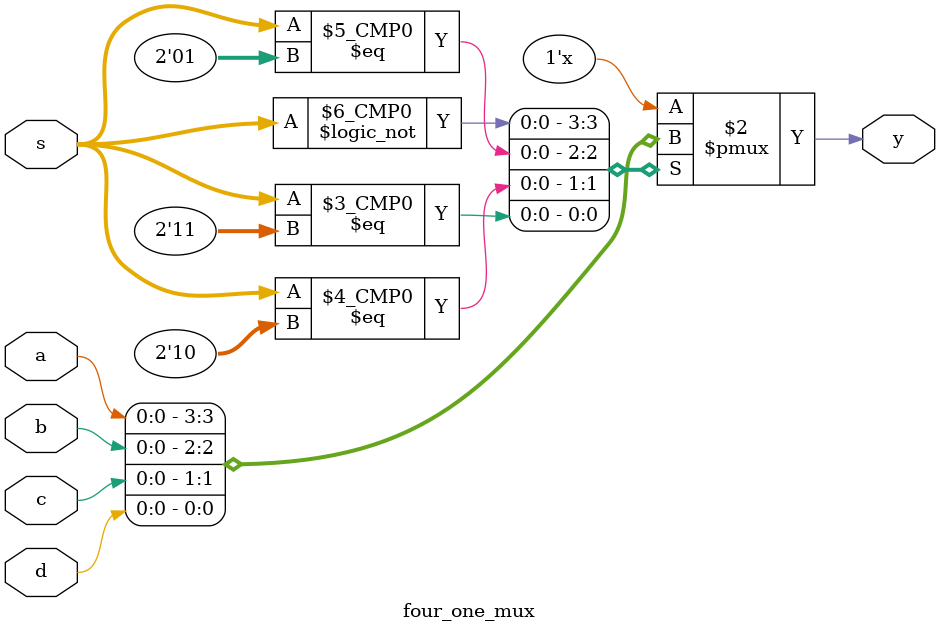
<source format=v>
module four_one_mux(input a,b,c,d,
                    input wire [1:0]s,
                    output reg y);
always @(*)begin
 case(s)
  2'b00:y=a;
  2'b01:y=b;
  2'b10:y=c;
  2'b11:y=d;
 endcase


end
endmodule


</source>
